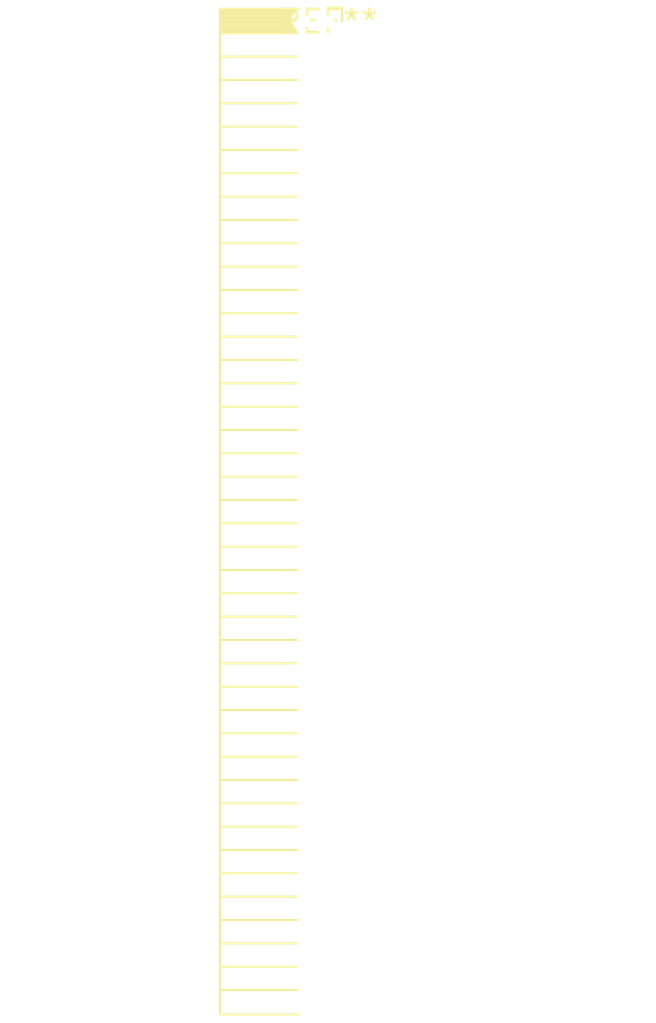
<source format=kicad_pcb>
(kicad_pcb (version 20240108) (generator pcbnew)
  (layers (0 "F.Cu" signal) (31 "B.Cu" signal) (34 "B.Paste" user) (35 "F.Paste" user) (36 "B.SilkS" user "B.Silkscreen") (37 "F.SilkS" user "F.Silkscreen") (38 "B.Mask" user) (39 "F.Mask" user) (44 "Edge.Cuts" user))
  (net 0 "")
  (footprint "PinSocket_2x43_P1.27mm_Horizontal" (layer "F.Cu") (at 0 0)
    (property "Reference" "REF**")
    (property "Value" "PinSocket_2x43_P1.27mm_Horizontal")
    (fp_line (start -5.88 -0.695) (end -5.88 54.035) (layer "F.SilkS") (stroke (width 0.12)))
    (fp_line (start -5.88 -0.695) (end -1.57753 -0.695) (layer "F.SilkS") (stroke (width 0.12)))
    (fp_line (start -5.88 -0.575) (end -1.766966 -0.575) (layer "F.SilkS") (stroke (width 0.12)))
    (fp_line (start -5.88 -0.465) (end -1.871145 -0.465) (layer "F.SilkS") (stroke (width 0.12)))
    (fp_line (start -5.88 -0.355) (end -1.941993 -0.355) (layer "F.SilkS") (stroke (width 0.12)))
    (fp_line (start -5.88 -0.245) (end -1.989427 -0.245) (layer "F.SilkS") (stroke (width 0.12)))
    (fp_line (start -5.88 -0.135) (end -2.017914 -0.135) (layer "F.SilkS") (stroke (width 0.12)))
    (fp_line (start -5.88 -0.025) (end -2.029589 -0.025) (layer "F.SilkS") (stroke (width 0.12)))
    (fp_line (start -5.88 0.085) (end -2.025232 0.085) (layer "F.SilkS") (stroke (width 0.12)))
    (fp_line (start -5.88 0.195) (end -2.004558 0.195) (layer "F.SilkS") (stroke (width 0.12)))
    (fp_line (start -5.88 0.305) (end -1.966114 0.305) (layer "F.SilkS") (stroke (width 0.12)))
    (fp_line (start -5.88 0.415) (end -1.906691 0.415) (layer "F.SilkS") (stroke (width 0.12)))
    (fp_line (start -5.88 0.525) (end -1.819523 0.525) (layer "F.SilkS") (stroke (width 0.12)))
    (fp_line (start -5.88 0.635) (end -1.687582 0.635) (layer "F.SilkS") (stroke (width 0.12)))
    (fp_line (start -5.88 1.905) (end -1.687582 1.905) (layer "F.SilkS") (stroke (width 0.12)))
    (fp_line (start -5.88 3.175) (end -1.687582 3.175) (layer "F.SilkS") (stroke (width 0.12)))
    (fp_line (start -5.88 4.445) (end -1.687582 4.445) (layer "F.SilkS") (stroke (width 0.12)))
    (fp_line (start -5.88 5.715) (end -1.687582 5.715) (layer "F.SilkS") (stroke (width 0.12)))
    (fp_line (start -5.88 6.985) (end -1.687582 6.985) (layer "F.SilkS") (stroke (width 0.12)))
    (fp_line (start -5.88 8.255) (end -1.687582 8.255) (layer "F.SilkS") (stroke (width 0.12)))
    (fp_line (start -5.88 9.525) (end -1.687582 9.525) (layer "F.SilkS") (stroke (width 0.12)))
    (fp_line (start -5.88 10.795) (end -1.687582 10.795) (layer "F.SilkS") (stroke (width 0.12)))
    (fp_line (start -5.88 12.065) (end -1.687582 12.065) (layer "F.SilkS") (stroke (width 0.12)))
    (fp_line (start -5.88 13.335) (end -1.687582 13.335) (layer "F.SilkS") (stroke (width 0.12)))
    (fp_line (start -5.88 14.605) (end -1.687582 14.605) (layer "F.SilkS") (stroke (width 0.12)))
    (fp_line (start -5.88 15.875) (end -1.687582 15.875) (layer "F.SilkS") (stroke (width 0.12)))
    (fp_line (start -5.88 17.145) (end -1.687582 17.145) (layer "F.SilkS") (stroke (width 0.12)))
    (fp_line (start -5.88 18.415) (end -1.687582 18.415) (layer "F.SilkS") (stroke (width 0.12)))
    (fp_line (start -5.88 19.685) (end -1.687582 19.685) (layer "F.SilkS") (stroke (width 0.12)))
    (fp_line (start -5.88 20.955) (end -1.687582 20.955) (layer "F.SilkS") (stroke (width 0.12)))
    (fp_line (start -5.88 22.225) (end -1.687582 22.225) (layer "F.SilkS") (stroke (width 0.12)))
    (fp_line (start -5.88 23.495) (end -1.687582 23.495) (layer "F.SilkS") (stroke (width 0.12)))
    (fp_line (start -5.88 24.765) (end -1.687582 24.765) (layer "F.SilkS") (stroke (width 0.12)))
    (fp_line (start -5.88 26.035) (end -1.687582 26.035) (layer "F.SilkS") (stroke (width 0.12)))
    (fp_line (start -5.88 27.305) (end -1.687582 27.305) (layer "F.SilkS") (stroke (width 0.12)))
    (fp_line (start -5.88 28.575) (end -1.687582 28.575) (layer "F.SilkS") (stroke (width 0.12)))
    (fp_line (start -5.88 29.845) (end -1.687582 29.845) (layer "F.SilkS") (stroke (width 0.12)))
    (fp_line (start -5.88 31.115) (end -1.687582 31.115) (layer "F.SilkS") (stroke (width 0.12)))
    (fp_line (start -5.88 32.385) (end -1.687582 32.385) (layer "F.SilkS") (stroke (width 0.12)))
    (fp_line (start -5.88 33.655) (end -1.687582 33.655) (layer "F.SilkS") (stroke (width 0.12)))
    (fp_line (start -5.88 34.925) (end -1.687582 34.925) (layer "F.SilkS") (stroke (width 0.12)))
    (fp_line (start -5.88 36.195) (end -1.687582 36.195) (layer "F.SilkS") (stroke (width 0.12)))
    (fp_line (start -5.88 37.465) (end -1.687582 37.465) (layer "F.SilkS") (stroke (width 0.12)))
    (fp_line (start -5.88 38.735) (end -1.687582 38.735) (layer "F.SilkS") (stroke (width 0.12)))
    (fp_line (start -5.88 40.005) (end -1.687582 40.005) (layer "F.SilkS") (stroke (width 0.12)))
    (fp_line (start -5.88 41.275) (end -1.687582 41.275) (layer "F.SilkS") (stroke (width 0.12)))
    (fp_line (start -5.88 42.545) (end -1.687582 42.545) (layer "F.SilkS") (stroke (width 0.12)))
    (fp_line (start -5.88 43.815) (end -1.687582 43.815) (layer "F.SilkS") (stroke (width 0.12)))
    (fp_line (start -5.88 45.085) (end -1.687582 45.085) (layer "F.SilkS") (stroke (width 0.12)))
    (fp_line (start -5.88 46.355) (end -1.687582 46.355) (layer "F.SilkS") (stroke (width 0.12)))
    (fp_line (start -5.88 47.625) (end -1.687582 47.625) (layer "F.SilkS") (stroke (width 0.12)))
    (fp_line (start -5.88 48.895) (end -1.687582 48.895) (layer "F.SilkS") (stroke (width 0.12)))
    (fp_line (start -5.88 50.165) (end -1.687582 50.165) (layer "F.SilkS") (stroke (width 0.12)))
    (fp_line (start -5.88 51.435) (end -1.687582 51.435) (layer "F.SilkS") (stroke (width 0.12)))
    (fp_line (start -5.88 52.705) (end -1.687582 52.705) (layer "F.SilkS") (stroke (width 0.12)))
    (fp_line (start -5.88 54.035) (end -1.57753 54.035) (layer "F.SilkS") (stroke (width 0.12)))
    (fp_line (start 0 -0.76) (end 0.76 -0.76) (layer "F.SilkS") (stroke (width 0.12)))
    (fp_line (start 0.76 -0.76) (end 0.76 0) (layer "F.SilkS") (stroke (width 0.12)))
    (pad "1" thru_hole rect (at 0 0) (size 1 1) (drill 0.65) (layers *.Cu *.Mask) (remove_unused_layers))
    (pad "2" thru_hole oval (at -1.27 0) (size 1 1) (drill 0.65) (layers *.Cu *.Mask) (remove_unused_layers))
    (pad "3" thru_hole oval (at 0 1.27) (size 1 1) (drill 0.65) (layers *.Cu *.Mask) (remove_unused_layers))
    (pad "4" thru_hole oval (at -1.27 1.27) (size 1 1) (drill 0.65) (layers *.Cu *.Mask) (remove_unused_layers))
    (pad "5" thru_hole oval (at 0 2.54) (size 1 1) (drill 0.65) (layers *.Cu *.Mask) (remove_unused_layers))
    (pad "6" thru_hole oval (at -1.27 2.54) (size 1 1) (drill 0.65) (layers *.Cu *.Mask) (remove_unused_layers))
    (pad "7" thru_hole oval (at 0 3.81) (size 1 1) (drill 0.65) (layers *.Cu *.Mask) (remove_unused_layers))
    (pad "8" thru_hole oval (at -1.27 3.81) (size 1 1) (drill 0.65) (layers *.Cu *.Mask) (remove_unused_layers))
    (pad "9" thru_hole oval (at 0 5.08) (size 1 1) (drill 0.65) (layers *.Cu *.Mask) (remove_unused_layers))
    (pad "10" thru_hole oval (at -1.27 5.08) (size 1 1) (drill 0.65) (layers *.Cu *.Mask) (remove_unused_layers))
    (pad "11" thru_hole oval (at 0 6.35) (size 1 1) (drill 0.65) (layers *.Cu *.Mask) (remove_unused_layers))
    (pad "12" thru_hole oval (at -1.27 6.35) (size 1 1) (drill 0.65) (layers *.Cu *.Mask) (remove_unused_layers))
    (pad "13" thru_hole oval (at 0 7.62) (size 1 1) (drill 0.65) (layers *.Cu *.Mask) (remove_unused_layers))
    (pad "14" thru_hole oval (at -1.27 7.62) (size 1 1) (drill 0.65) (layers *.Cu *.Mask) (remove_unused_layers))
    (pad "15" thru_hole oval (at 0 8.89) (size 1 1) (drill 0.65) (layers *.Cu *.Mask) (remove_unused_layers))
    (pad "16" thru_hole oval (at -1.27 8.89) (size 1 1) (drill 0.65) (layers *.Cu *.Mask) (remove_unused_layers))
    (pad "17" thru_hole oval (at 0 10.16) (size 1 1) (drill 0.65) (layers *.Cu *.Mask) (remove_unused_layers))
    (pad "18" thru_hole oval (at -1.27 10.16) (size 1 1) (drill 0.65) (layers *.Cu *.Mask) (remove_unused_layers))
    (pad "19" thru_hole oval (at 0 11.43) (size 1 1) (drill 0.65) (layers *.Cu *.Mask) (remove_unused_layers))
    (pad "20" thru_hole oval (at -1.27 11.43) (size 1 1) (drill 0.65) (layers *.Cu *.Mask) (remove_unused_layers))
    (pad "21" thru_hole oval (at 0 12.7) (size 1 1) (drill 0.65) (layers *.Cu *.Mask) (remove_unused_layers))
    (pad "22" thru_hole oval (at -1.27 12.7) (size 1 1) (drill 0.65) (layers *.Cu *.Mask) (remove_unused_layers))
    (pad "23" thru_hole oval (at 0 13.97) (size 1 1) (drill 0.65) (layers *.Cu *.Mask) (remove_unused_layers))
    (pad "24" thru_hole oval (at -1.27 13.97) (size 1 1) (drill 0.65) (layers *.Cu *.Mask) (remove_unused_layers))
    (pad "25" thru_hole oval (at 0 15.24) (size 1 1) (drill 0.65) (layers *.Cu *.Mask) (remove_unused_layers))
    (pad "26" thru_hole oval (at -1.27 15.24) (size 1 1) (drill 0.65) (layers *.Cu *.Mask) (remove_unused_layers))
    (pad "27" thru_hole oval (at 0 16.51) (size 1 1) (drill 0.65) (layers *.Cu *.Mask) (remove_unused_layers))
    (pad "28" thru_hole oval (at -1.27 16.51) (size 1 1) (drill 0.65) (layers *.Cu *.Mask) (remove_unused_layers))
    (pad "29" thru_hole oval (at 0 17.78) (size 1 1) (drill 0.65) (layers *.Cu *.Mask) (remove_unused_layers))
    (pad "30" thru_hole oval (at -1.27 17.78) (size 1 1) (drill 0.65) (layers *.Cu *.Mask) (remove_unused_layers))
    (pad "31" thru_hole oval (at 0 19.05) (size 1 1) (drill 0.65) (layers *.Cu *.Mask) (remove_unused_layers))
    (pad "32" thru_hole oval (at -1.27 19.05) (size 1 1) (drill 0.65) (layers *.Cu *.Mask) (remove_unused_layers))
    (pad "33" thru_hole oval (at 0 20.32) (size 1 1) (drill 0.65) (layers *.Cu *.Mask) (remove_unused_layers))
    (pad "34" thru_hole oval (at -1.27 20.32) (size 1 1) (drill 0.65) (layers *.Cu *.Mask) (remove_unused_layers))
    (pad "35" thru_hole oval (at 0 21.59) (size 1 1) (drill 0.65) (layers *.Cu *.Mask) (remove_unused_layers))
    (pad "36" thru_hole oval (at -1.27 21.59) (size 1 1) (drill 0.65) (layers *.Cu *.Mask) (remove_unused_layers))
    (pad "37" thru_hole oval (at 0 22.86) (size 1 1) (drill 0.65) (layers *.Cu *.Mask) (remove_unused_layers))
    (pad "38" thru_hole oval (at -1.27 22.86) (size 1 1) (drill 0.65) (layers *.Cu *.Mask) (remove_unused_layers))
    (pad "39" thru_hole oval (at 0 24.13) (size 1 1) (drill 0.65) (layers *.Cu *.Mask) (remove_unused_layers))
    (pad "40" thru_hole oval (at -1.27 24.13) (size 1 1) (drill 0.65) (layers *.Cu *.Mask) (remove_unused_layers))
    (pad "41" thru_hole oval (at 0 25.4) (size 1 1) (drill 0.65) (layers *.Cu *.Mask) (remove_unused_layers))
    (pad "42" thru_hole oval (at -1.27 25.4) (size 1 1) (drill 0.65) (layers *.Cu *.Mask) (remove_unused_layers))
    (pad "43" thru_hole oval (at 0 26.67) (size 1 1) (drill 0.65) (layers *.Cu *.Mask) (remove_unused_layers))
    (pad "44" thru_hole oval (at -1.27 26.67) (size 1 1) (drill 0.65) (layers *.Cu *.Mask) (remove_unused_layers))
    (pad "45" thru_hole oval (at 0 27.94) (size 1 1) (drill 0.65) (layers *.Cu *.Mask) (remove_unused_layers))
    (pad "46" thru_hole oval (at -1.27 27.94) (size 1 1) (drill 0.65) (layers *.Cu *.Mask) (remove_unused_layers))
    (pad "47" thru_hole oval (at 0 29.21) (size 1 1) (drill 0.65) (layers *.Cu *.Mask) (remove_unused_layers))
    (pad "48" thru_hole oval (at -1.27 29.21) (size 1 1) (drill 0.65) (layers *.Cu *.Mask) (remove_unused_layers))
    (pad "49" thru_hole oval (at 0 30.48) (size 1 1) (drill 0.65) (layers *.Cu *.Mask) (remove_unused_layers))
    (pad "50" thru_hole oval (at -1.27 30.48) (size 1 1) (drill 0.65) (layers *.Cu *.Mask) (remove_unused_layers))
    (pad "51" thru_hole oval (at 0 31.75) (size 1 1) (drill 0.65) (layers *.Cu *.Mask) (remove_unused_layers))
    (pad "52" thru_hole oval (at -1.27 31.75) (size 1 1) (drill 0.65) (layers *.Cu *.Mask) (remove_unused_layers))
    (pad "53" thru_hole oval (at 0 33.02) (size 1 1) (drill 0.65) (layers *.Cu *.Mask) (remove_unused_layers))
    (pad "54" thru_hole oval (at -1.27 33.02) (size 1 1) (drill 0.65) (layers *.Cu *.Mask) (remove_unused_layers))
    (pad "55" thru_hole oval (at 0 34.29) (size 1 1) (drill 0.65) (layers *.Cu *.Mask) (remove_unused_layers))
    (pad "56" thru_hole oval (at -1.27 34.29) (size 1 1) (drill 0.65) (layers *.Cu *.Mask) (remove_unused_layers))
    (pad "57" thru_hole oval (at 0 35.56) (size 1 1) (drill 0.65) (layers *.Cu *.Mask) (remove_unused_layers))
    (pad "58" thru_hole oval (at -1.27 35.56) (size 1 1) (drill 0.65) (layers *.Cu *.Mask) (remove_unused_layers))
    (pad "59" thru_hole oval (at 0 36.83) (size 1 1) (drill 0.65) (layers *.Cu *.Mask) (remove_unused_layers))
    (pad "60" thru_hole oval (at -1.27 36.83) (size 1 1) (drill 0.65) (layers *.Cu *.Mask) (remove_unused_layers))
    (pad "61" thru_hole oval (at 0 38.1) (size 1 1) (drill 0.65) (layers *.Cu *.Mask) (remove_unused_layers))
    (pad "62" thru_hole oval (at -1.27 38.1) (size 1 1) (drill 0.65) (layers *.Cu *.Mask) (remove_unused_layers))
    (pad "63" thru_hole oval (at 0 39.37) (size 1 1) (drill 0.65) (layers *.Cu *.Mask) (remove_unused_layers))
    (pad "64" thru_hole oval (at -1.27 39.37) (size 1 1) (drill 0.65) (layers *.Cu *.Mask) (remove_unused_layers))
    (pad "65" thru_hole oval (at 0 40.64) (size 1 1) (drill 0.65) (layers *.Cu *.Mask) (remove_unused_layers))
    (pad "66" thru_hole oval (at -1.27 40.64) (size 1 1) (drill 0.65) (layers *.Cu *.Mask) (remove_unused_layers))
    (pad "67" thru_hole oval (at 0 41.91) (size 1 1) (drill 0.65) (layers *.Cu *.Mask) (remove_unused_layers))
    (pad "68" thru_hole oval (at -1.27 41.91) (size 1 1) (drill 0.65) (layers *.Cu *.Mask) (remove_unused_layers))
    (pad "69" thru_hole oval (at 0 43.18) (size 1 1) (drill 0.65) (layers *.Cu *.Mask) (remove_unused_layers))
    (pad "70" thru_hole oval (at -1.27 43.18) (size 1 1) (drill 0.65) (layers *.Cu *.Mask) (remove_unused_layers))
    (pad "71" thru_hole oval (at 0 44.45) (size 1 1) (drill 0.65) (layers *.Cu *.Mask) (remove_unused_layers))
    (pad "72" thru_hole oval (at -1.27 44.45) (size 1 1) (drill 0.65) (layers *.Cu *.Mask) (remove_unused_layers))
    (pad "73" thru_hole oval (at 0 45.72) (size 1 1) (drill 0.65) (layers *.Cu *.Mask) (remove_unused_layers))
    (pad "74" thru_hole oval (at -1.27 45.72) (size 1 1) (drill 0.65) (layers *.Cu *.Mask) (remove_unused_layers))
    (pad "75" thru_hole oval (at 0 46.99) (size 1 1) (drill 0.65) (layers *.Cu *.Mask) (remove_unused_layers))
    (pad "76" thru_hole oval (at -1.27 46.99) (size 1 1) (drill 0.65) (layers *.Cu *.Mask) (remove_unused_layers))
    (pad "77" thru_hole oval (at 0 48.26) (size 1 1) (drill 0.65) (layers *.Cu *.Mask) (remove_unused_layers))
    (pad "78" thru_hole oval (at -1.27 48.26) (size 1 1) (drill 0.65) (layers *.Cu *.Mask) (remove_unused_layers))
    (pad "79" thru_hole oval (at 0 49.53) (size 1 1) (drill 0.65) (layers *.Cu *.Mask) (remove_unused_layers))
    (pad "80" thru_hole oval (at -1.27 49.53) (size 1 1) (drill 0.65) (layers *.Cu *.Mask) (remove_unused_layers))
    (pad "81" thru_hole oval (at 0 50.8) (size 1 1) (drill 0.65) (layers *.Cu *.Mask) (remove_unused_layers))
    (pad "82" thru_hole oval (at -1.27 50.8) (size 1 1) (drill 0.65) (layers *.Cu *.Mask) (remove_unused_layers))
    (pad "83" thru_hole oval (at 0 52.07) (size 1 1) (drill 0.65) (layers *.Cu *.Mask) (remove_unused_layers))
    (pad "84" thru_hole oval (at -1.27 52.07) (size 1 1) (drill 0.65) (layers *.Cu *.Mask) (remove_unused_layers))
    (pad "85" thru_hole oval (at 0 53.34) (size 1 1) (drill 0.65) (layers *.Cu *.Mask) (remove_unused_layers))
    (pad "86" thru_hole oval (at -1.27 53.34) (size 1 1) (drill 0.65) (layers *.Cu *.Mask) (remove_unused_layers))
  )
)
</source>
